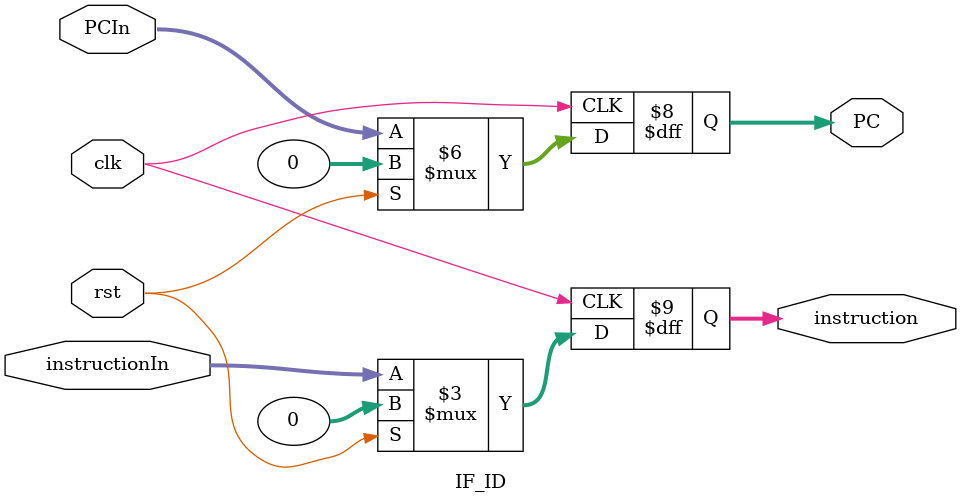
<source format=v>
`timescale 1ns/1ns
module IF_ID (clk, rst, PCIn, instructionIn, PC, instruction);	// flush, freeze
  input clk, rst;
  input [31:0] PCIn, instructionIn;
  output reg [31:0] PC, instruction;
  always @ (posedge clk) begin
    if (rst) begin
      PC <= 0;
      instruction <= 0;
    end
    else begin
       instruction <= instructionIn;
       PC <= PCIn;
     end
  end
 endmodule // IF_ID
 /*
   always @ (posedge clk) begin
    if (rst) begin
      PC <= 0;
      instruction <= 0;
    end
    else begin
      if (~freeze) begin
        if (flush) begin
          instruction <= 0;
          PC <= 0;
        end
        else begin
          instruction <= instructionIn;
          PC <= PCIn;
        end
      end
    end
  end
 endmodule // IF_ID
 */
</source>
